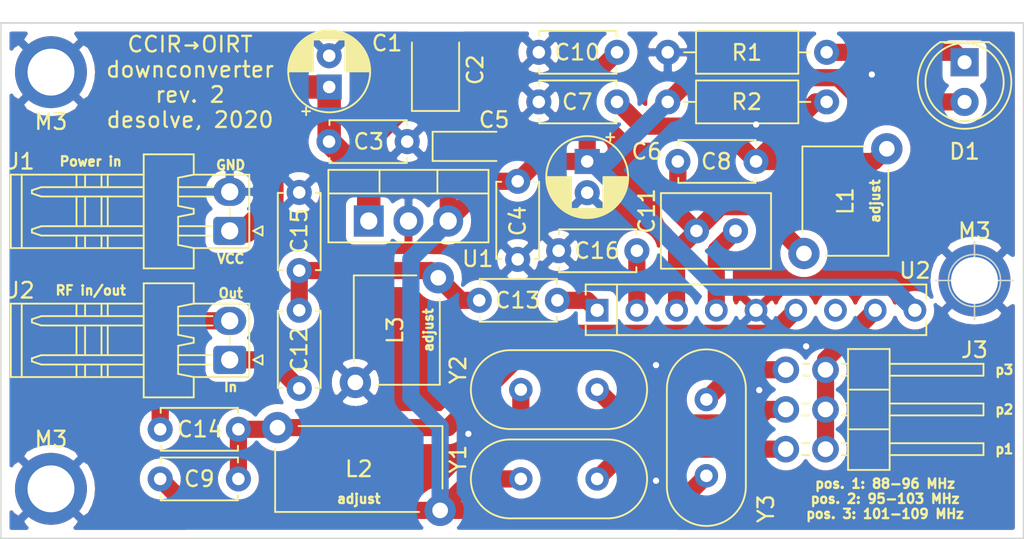
<source format=kicad_pcb>
(kicad_pcb (version 20171130) (host pcbnew 5.1.5)
  (title_block (title "CCIR/OIRT downconverter") (date 2020-02-08) (rev 2) (comment 2 desolve) (comment 3 desolve))
  (layers (0 F.Cu signal) (31 B.Cu signal) (34 B.Paste user) (35 F.Paste user) (36 B.SilkS user) (37 F.SilkS user) (38 B.Mask user) (39 F.Mask user) (44 Edge.Cuts user))
  (net 0 "")
  (net 1 "Net-(C7-Pad1)")
  (net 2 "Net-(C11-Pad1)")
  (net 3 "Net-(C14-Pad2)")
  (net 4 "Net-(C11-Pad2)")
  (net 5 "Net-(C12-Pad1)")
  (net 6 RF_IN)
  (net 7 "Net-(C13-Pad1)")
  (net 8 RF_OUT)
  (net 9 "Net-(C16-Pad1)")
  (net 10 "Net-(D1-Pad1)")
  (net 11 "Net-(J3-Pad1)")
  (net 12 "Net-(J3-Pad2)")
  (net 13 "Net-(U2-Pad7)")
  (net 14 "Net-(J3-Pad3)")
  (net 15 "Net-(J3-Pad5)")
  (net 16 GND)
  (net 17 VCC)
  (net 18 +5V)
  (module Connector_PinHeader_2.54mm:PinHeader_2x03_P2.54mm_Horizontal (layer F.Cu) (at 171.9 116.5)
    (fp_text reference J3 (at 12.065 -1.27) (layer F.SilkS))
    (fp_text value RANGE_SW)
    (pad 1 thru_hole oval (at 0 0) (size 1.7 1.7) (drill 1) (layers *.Cu *.Mask) (net 11 "Net-(J3-Pad1)"))
    (pad 2 thru_hole oval (at 2.54 0) (size 1.7 1.7) (drill 1) (layers *.Cu *.Mask) (net 12 "Net-(J3-Pad2)"))
    (pad 3 thru_hole oval (at 0 2.54) (size 1.7 1.7) (drill 1) (layers *.Cu *.Mask) (net 14 "Net-(J3-Pad3)"))
    (pad 4 thru_hole oval (at 2.54 2.54) (size 1.7 1.7) (drill 1) (layers *.Cu *.Mask) (net 12 "Net-(J3-Pad2)"))
    (pad 5 thru_hole oval (at 0 5.08) (size 1.7 1.7) (drill 1) (layers *.Cu *.Mask) (net 15 "Net-(J3-Pad5)"))
    (pad 6 thru_hole oval (at 2.54 5.08) (size 1.7 1.7) (drill 1) (layers *.Cu *.Mask) (net 12 "Net-(J3-Pad2)"))
  )
  (module Connector_Connfly:Connfly_DS1070-2MR_1x02_P2.54mm (layer F.Cu) (at 136.34 115.865 90)
    (fp_text reference J2 (at 4.445 -13.335 180) (layer F.SilkS))
    (fp_text value RF_CON)
    (pad 1 thru_hole roundrect (at 0 0 90) (size 1.8 2.1) (drill 1.1) (layers *.Cu *.Mask) (roundrect_rratio 0.147) (net 6 RF_IN))
    (pad 2 thru_hole oval (at 2.5 0 90) (size 1.8 2.1) (drill 1.1) (layers *.Cu *.Mask) (net 8 RF_OUT))
  )
  (module Connector_Connfly:Connfly_DS1070-2MR_1x02_P2.54mm (layer F.Cu) (at 136.34 107.61 90)
    (fp_text reference J1 (at 4.445 -13.335 180) (layer F.SilkS))
    (fp_text value PWR_CON)
    (pad 1 thru_hole roundrect (at 0 0 90) (size 1.8 2.1) (drill 1.1) (layers *.Cu *.Mask) (roundrect_rratio 0.147) (net 17 VCC))
    (pad 2 thru_hole oval (at 2.5 0 90) (size 1.8 2.1) (drill 1.1) (layers *.Cu *.Mask) (net 16 GND))
  )
  (module Connector_Pin:Pin_D1.0mm_L10.0mm (layer F.Cu) (at 183.965 110.785)
    (fp_text reference M3 (at 0 -3.175) (layer F.SilkS))
    (fp_text value M3)
    (pad 1 thru_hole circle (at 0 0) (size 4.6 4.6) (drill 3) (layers *.Cu *.Mask) (net 16 GND))
  )
  (module Connector_Pin:Pin_D1.0mm_L10.0mm (layer F.Cu) (at 124.91 97.45)
    (fp_text reference M3 (at 0 3.175) (layer F.SilkS))
    (fp_text value M3)
    (pad 1 thru_hole circle (at 0 0) (size 4.6 4.6) (drill 3) (layers *.Cu *.Mask) (net 16 GND))
  )
  (module Connector_Pin:Pin_D1.0mm_L10.0mm (layer F.Cu) (at 124.91 124.12)
    (fp_text reference M3 (at 0 -3.175 180) (layer F.SilkS))
    (fp_text value M3)
    (pad 1 thru_hole circle (at 0 0) (size 4.6 4.6) (drill 3) (layers *.Cu *.Mask) (net 16 GND))
  )
  (module Capacitor_THT:CP_Radial_D5.0mm_P2.00mm (layer F.Cu) (at 142.7 98.4 90)
    (fp_text reference C1 (at 2.8 3.7) (layer F.SilkS))
    (fp_text value 33u)
    (pad 2 thru_hole circle (at 2 0 90) (size 1.6 1.6) (drill 0.8) (layers *.Cu *.Mask) (net 16 GND))
    (pad 1 thru_hole rect (at 0 0 90) (size 1.6 1.6) (drill 0.8) (layers *.Cu *.Mask) (net 17 VCC))
  )
  (module Capacitor_Tantalum_SMD:CP_EIA-3528-21_Kemet-B_Pad1.50x2.35mm_HandSolder (layer F.Cu) (at 149.5 97.3 90)
    (fp_text reference C2 (at 0 2.54 90) (layer F.SilkS))
    (fp_text value 3.3u)
    (pad 1 smd roundrect (at -1.625 0 90) (size 1.5 2.35) (layers F.Cu F.Paste F.Mask) (roundrect_rratio 0.166667) (net 17 VCC))
    (pad 2 smd roundrect (at 1.625 0 90) (size 1.5 2.35) (layers F.Cu F.Paste F.Mask) (roundrect_rratio 0.166667) (net 16 GND))
  )
  (module Capacitor_THT:C_Disc_D4.7mm_W2.5mm_P5.00mm (layer F.Cu) (at 154.755 104.435 270)
    (fp_text reference C4 (at 2.54 0 270) (layer F.SilkS))
    (fp_text value 0.1u)
    (pad 2 thru_hole circle (at 5 0 270) (size 1.6 1.6) (drill 0.8) (layers *.Cu *.Mask) (net 16 GND))
    (pad 1 thru_hole circle (at 0 0 270) (size 1.6 1.6) (drill 0.8) (layers *.Cu *.Mask) (net 18 +5V))
  )
  (module Capacitor_Tantalum_SMD:CP_EIA-3216-18_Kemet-A_Pad1.58x1.35mm_HandSolder (layer F.Cu) (at 151.8 102.2)
    (fp_text reference C5 (at 1.45 -1.7 180) (layer F.SilkS))
    (fp_text value 1u)
    (pad 1 smd roundrect (at -1.4375 0) (size 1.575 1.35) (layers F.Cu F.Paste F.Mask) (roundrect_rratio 0.185185) (net 18 +5V))
    (pad 2 smd roundrect (at 1.4375 0) (size 1.575 1.35) (layers F.Cu F.Paste F.Mask) (roundrect_rratio 0.185185) (net 16 GND))
  )
  (module Capacitor_THT:CP_Radial_D5.0mm_P2.00mm (layer F.Cu) (at 159.2 103.165 270)
    (fp_text reference C6 (at -0.635 -3.81) (layer F.SilkS))
    (fp_text value 10u)
    (pad 1 thru_hole rect (at 0 0 270) (size 1.6 1.6) (drill 0.8) (layers *.Cu *.Mask) (net 18 +5V))
    (pad 2 thru_hole circle (at 2 0 270) (size 1.6 1.6) (drill 0.8) (layers *.Cu *.Mask) (net 16 GND))
  )
  (module Capacitor_THT:C_Disc_D4.7mm_W2.5mm_P5.00mm (layer F.Cu) (at 161.105 99.355 180)
    (fp_text reference C7 (at 2.54 0 180) (layer F.SilkS))
    (fp_text value 10n)
    (pad 2 thru_hole circle (at 5 0 180) (size 1.6 1.6) (drill 0.8) (layers *.Cu *.Mask) (net 16 GND))
    (pad 1 thru_hole circle (at 0 0 180) (size 1.6 1.6) (drill 0.8) (layers *.Cu *.Mask) (net 1 "Net-(C7-Pad1)"))
  )
  (module Capacitor_THT:C_Disc_D4.7mm_W2.5mm_P5.00mm (layer F.Cu) (at 169.995 103.165 180)
    (fp_text reference C8 (at 2.54 0) (layer F.SilkS))
    (fp_text value 47p)
    (pad 1 thru_hole circle (at 0 0 180) (size 1.6 1.6) (drill 0.8) (layers *.Cu *.Mask) (net 1 "Net-(C7-Pad1)"))
    (pad 2 thru_hole circle (at 5 0 180) (size 1.6 1.6) (drill 0.8) (layers *.Cu *.Mask) (net 2 "Net-(C11-Pad1)"))
  )
  (module Capacitor_THT:C_Disc_D4.7mm_W2.5mm_P5.00mm (layer F.Cu) (at 131.895 123.485)
    (fp_text reference C9 (at 2.5 0) (layer F.SilkS))
    (fp_text value 47p)
    (pad 2 thru_hole circle (at 5 0) (size 1.6 1.6) (drill 0.8) (layers *.Cu *.Mask) (net 3 "Net-(C14-Pad2)"))
    (pad 1 thru_hole circle (at 0 0) (size 1.6 1.6) (drill 0.8) (layers *.Cu *.Mask) (net 18 +5V))
  )
  (module Capacitor_THT:C_Disc_D4.7mm_W2.5mm_P5.00mm (layer F.Cu) (at 161.105 96.18 180)
    (fp_text reference C10 (at 2.54 0) (layer F.SilkS))
    (fp_text value 10n)
    (pad 1 thru_hole circle (at 0 0 180) (size 1.6 1.6) (drill 0.8) (layers *.Cu *.Mask) (net 18 +5V))
    (pad 2 thru_hole circle (at 5 0 180) (size 1.6 1.6) (drill 0.8) (layers *.Cu *.Mask) (net 16 GND))
  )
  (module Capacitor_K10-17:C_Rect_L6.8mm_W4.6mm_P2.50mm (layer F.Cu) (at 166.185 107.61)
    (fp_text reference C11 (at -3.175 -1.27 270) (layer F.SilkS))
    (fp_text value 6.8p)
    (pad 1 thru_hole circle (at 0 0) (size 1.6 1.6) (drill 0.8) (layers *.Cu *.Mask) (net 2 "Net-(C11-Pad1)"))
    (pad 2 thru_hole circle (at 2.5 0) (size 1.6 1.6) (drill 0.8) (layers *.Cu *.Mask) (net 4 "Net-(C11-Pad2)"))
  )
  (module Capacitor_THT:C_Disc_D4.7mm_W2.5mm_P5.00mm (layer F.Cu) (at 140.785 112.69 270)
    (fp_text reference C12 (at 2.54 0 270) (layer F.SilkS))
    (fp_text value 15p)
    (pad 1 thru_hole circle (at 0 0 270) (size 1.6 1.6) (drill 0.8) (layers *.Cu *.Mask) (net 5 "Net-(C12-Pad1)"))
    (pad 2 thru_hole circle (at 5 0 270) (size 1.6 1.6) (drill 0.8) (layers *.Cu *.Mask) (net 6 RF_IN))
  )
  (module Capacitor_THT:C_Disc_D4.7mm_W2.5mm_P5.00mm (layer F.Cu) (at 157.295 112.055 180)
    (fp_text reference C13 (at 2.54 0 180) (layer F.SilkS))
    (fp_text value 1n)
    (pad 1 thru_hole circle (at 0 0 180) (size 1.6 1.6) (drill 0.8) (layers *.Cu *.Mask) (net 7 "Net-(C13-Pad1)"))
    (pad 2 thru_hole circle (at 5 0 180) (size 1.6 1.6) (drill 0.8) (layers *.Cu *.Mask) (net 5 "Net-(C12-Pad1)"))
  )
  (module Capacitor_THT:C_Disc_D4.7mm_W2.5mm_P5.00mm (layer F.Cu) (at 131.895 120.31)
    (fp_text reference C14 (at 2.54 0 180) (layer F.SilkS))
    (fp_text value 1n)
    (pad 1 thru_hole circle (at 0 0) (size 1.6 1.6) (drill 0.8) (layers *.Cu *.Mask) (net 8 RF_OUT))
    (pad 2 thru_hole circle (at 5 0) (size 1.6 1.6) (drill 0.8) (layers *.Cu *.Mask) (net 3 "Net-(C14-Pad2)"))
  )
  (module Capacitor_THT:C_Disc_D4.7mm_W2.5mm_P5.00mm (layer F.Cu) (at 140.785 110.15 90)
    (fp_text reference C15 (at 2.54 0 270) (layer F.SilkS))
    (fp_text value 47p)
    (pad 2 thru_hole circle (at 5 0 90) (size 1.6 1.6) (drill 0.8) (layers *.Cu *.Mask) (net 16 GND))
    (pad 1 thru_hole circle (at 0 0 90) (size 1.6 1.6) (drill 0.8) (layers *.Cu *.Mask) (net 5 "Net-(C12-Pad1)"))
  )
  (module Capacitor_THT:C_Disc_D4.7mm_W2.5mm_P5.00mm (layer F.Cu) (at 162.375 108.88 180)
    (fp_text reference C16 (at 2.54 0 180) (layer F.SilkS))
    (fp_text value 1n)
    (pad 2 thru_hole circle (at 5 0 180) (size 1.6 1.6) (drill 0.8) (layers *.Cu *.Mask) (net 16 GND))
    (pad 1 thru_hole circle (at 0 0 180) (size 1.6 1.6) (drill 0.8) (layers *.Cu *.Mask) (net 9 "Net-(C16-Pad1)"))
  )
  (module Coil_THT_Air:L_Axial_4Turns_d0.8mm_D4.5mm_WP1.0mm (layer F.Cu) (at 175.71 105.705 270)
    (fp_text reference L1 (at 0 0 90) (layer F.SilkS))
    (fp_text value L_MIX_IN)
    (pad 1 thru_hole circle (at -3.35 -2.65 270) (size 2 2) (drill 1) (layers *.Cu *.Mask) (net 1 "Net-(C7-Pad1)"))
    (pad 2 thru_hole circle (at 3.35 2.65 270) (size 2 2) (drill 1) (layers *.Cu *.Mask) (net 2 "Net-(C11-Pad1)"))
  )
  (module Coil_THT_Air:L_Axial_6Turns_d0.8mm_D4.5mm_WP1.0mm (layer F.Cu) (at 144.595 122.85 180)
    (fp_text reference L2 (at 0 0) (layer F.SilkS))
    (fp_text value L_MIX_OUT)
    (pad 1 thru_hole circle (at -5.2 -2.65 180) (size 2 2) (drill 1) (layers *.Cu *.Mask) (net 18 +5V))
    (pad 2 thru_hole circle (at 5.2 2.65 180) (size 2 2) (drill 1) (layers *.Cu *.Mask) (net 3 "Net-(C14-Pad2)"))
  )
  (module Coil_THT_Air:L_Axial_4Turns_d0.8mm_D4.5mm_WP1.0mm (layer F.Cu) (at 147.025 113.96 270)
    (fp_text reference L3 (at 0 0.11 90) (layer F.SilkS))
    (fp_text value L_RF_IN)
    (pad 2 thru_hole circle (at 3.35 2.65 270) (size 2 2) (drill 1) (layers *.Cu *.Mask) (net 16 GND))
    (pad 1 thru_hole circle (at -3.35 -2.65 270) (size 2 2) (drill 1) (layers *.Cu *.Mask) (net 5 "Net-(C12-Pad1)"))
  )
  (module Package_SIP:SIP-9_21.54x3mm_P2.54mm (layer F.Cu) (at 159.835 112.69)
    (fp_text reference U2 (at 20.32 -2.54 180) (layer F.SilkS))
    (fp_text value LA1185)
    (pad 1 thru_hole rect (at 0 0 90) (size 1.45 1.45) (drill 0.85) (layers *.Cu *.Mask) (net 7 "Net-(C13-Pad1)"))
    (pad 2 thru_hole circle (at 2.54 0 90) (size 1.45 1.45) (drill 0.85) (layers *.Cu *.Mask) (net 9 "Net-(C16-Pad1)"))
    (pad 3 thru_hole circle (at 5.08 0 90) (size 1.45 1.45) (drill 0.85) (layers *.Cu *.Mask) (net 2 "Net-(C11-Pad1)"))
    (pad 4 thru_hole circle (at 7.62 0 90) (size 1.45 1.45) (drill 0.85) (layers *.Cu *.Mask) (net 4 "Net-(C11-Pad2)"))
    (pad 5 thru_hole circle (at 10.16 0 90) (size 1.45 1.45) (drill 0.85) (layers *.Cu *.Mask) (net 16 GND))
    (pad 6 thru_hole circle (at 12.7 0 90) (size 1.45 1.45) (drill 0.85) (layers *.Cu *.Mask) (net 3 "Net-(C14-Pad2)"))
    (pad 7 thru_hole circle (at 15.24 0 90) (size 1.45 1.45) (drill 0.85) (layers *.Cu *.Mask) (net 13 "Net-(U2-Pad7)"))
    (pad 8 thru_hole circle (at 17.78 0 90) (size 1.45 1.45) (drill 0.85) (layers *.Cu *.Mask) (net 12 "Net-(J3-Pad2)"))
    (pad 9 thru_hole circle (at 20.32 0 90) (size 1.45 1.45) (drill 0.85) (layers *.Cu *.Mask) (net 18 +5V))
  )
  (module Crystal:Crystal_HC49-U_Vertical (layer F.Cu) (at 159.835 123.485 180)
    (fp_text reference Y1 (at 8.89 1.27 90) (layer F.SilkS))
    (fp_text value "22 MHz")
    (pad 1 thru_hole circle (at 0 0 180) (size 1.5 1.5) (drill 0.8) (layers *.Cu *.Mask) (net 15 "Net-(J3-Pad5)"))
    (pad 2 thru_hole circle (at 4.88 0 180) (size 1.5 1.5) (drill 0.8) (layers *.Cu *.Mask) (net 18 +5V))
  )
  (module Crystal:Crystal_HC49-U_Vertical (layer F.Cu) (at 159.835 117.77 180)
    (fp_text reference Y2 (at 8.89 1.27 90) (layer F.SilkS))
    (fp_text value "29 MHz")
    (pad 1 thru_hole circle (at 0 0 180) (size 1.5 1.5) (drill 0.8) (layers *.Cu *.Mask) (net 14 "Net-(J3-Pad3)"))
    (pad 2 thru_hole circle (at 4.88 0 180) (size 1.5 1.5) (drill 0.8) (layers *.Cu *.Mask) (net 18 +5V))
  )
  (module Crystal:Crystal_HC49-U_Vertical (layer F.Cu) (at 166.82 118.405 270)
    (fp_text reference Y3 (at 6.985 -3.81 90) (layer F.SilkS))
    (fp_text value "35 MHz")
    (pad 2 thru_hole circle (at 4.88 0 270) (size 1.5 1.5) (drill 0.8) (layers *.Cu *.Mask) (net 18 +5V))
    (pad 1 thru_hole circle (at 0 0 270) (size 1.5 1.5) (drill 0.8) (layers *.Cu *.Mask) (net 11 "Net-(J3-Pad1)"))
  )
  (module Capacitor_THT:C_Disc_D4.7mm_W2.5mm_P5.00mm (layer F.Cu) (at 142.69 101.895)
    (fp_text reference C3 (at 2.54 0) (layer F.SilkS))
    (fp_text value 0.33u)
    (pad 1 thru_hole circle (at 0 0) (size 1.6 1.6) (drill 0.8) (layers *.Cu *.Mask) (net 17 VCC))
    (pad 2 thru_hole circle (at 5 0) (size 1.6 1.6) (drill 0.8) (layers *.Cu *.Mask) (net 16 GND))
  )
  (module LED_THT:LED_D5.0mm (layer F.Cu) (at 183.33 96.815 270)
    (fp_text reference D1 (at 5.715 0 180) (layer F.SilkS))
    (fp_text value PWR_LED)
    (pad 1 thru_hole rect (at 0 0 270) (size 1.8 1.8) (drill 0.9) (layers *.Cu *.Mask) (net 10 "Net-(D1-Pad1)"))
    (pad 2 thru_hole circle (at 2.54 0 270) (size 1.8 1.8) (drill 0.9) (layers *.Cu *.Mask) (net 18 +5V))
  )
  (module Resistor_THT:R_Axial_DIN0207_L6.3mm_D2.5mm_P10.16mm_Horizontal (layer F.Cu) (at 174.51 96.18 180)
    (fp_text reference R1 (at 5.1 -0.02) (layer F.SilkS))
    (fp_text value 1k)
    (pad 1 thru_hole circle (at 0 0 180) (size 1.6 1.6) (drill 0.8) (layers *.Cu *.Mask) (net 10 "Net-(D1-Pad1)"))
    (pad 2 thru_hole oval (at 10.16 0 180) (size 1.6 1.6) (drill 0.8) (layers *.Cu *.Mask) (net 16 GND))
  )
  (module Resistor_THT:R_Axial_DIN0207_L6.3mm_D2.5mm_P10.16mm_Horizontal (layer F.Cu) (at 164.35 99.355)
    (fp_text reference R2 (at 5.05 -0.005) (layer F.SilkS))
    (fp_text value 27)
    (pad 2 thru_hole oval (at 10.16 0) (size 1.6 1.6) (drill 0.8) (layers *.Cu *.Mask) (net 1 "Net-(C7-Pad1)"))
    (pad 1 thru_hole circle (at 0 0) (size 1.6 1.6) (drill 0.8) (layers *.Cu *.Mask) (net 18 +5V))
  )
  (module Package_TO_SOT_THT:TO-220-3_Vertical (layer F.Cu) (at 145.23 106.975)
    (fp_text reference U1 (at 6.97 2.425) (layer F.SilkS))
    (fp_text value LM7805_TO220)
    (pad 1 thru_hole rect (at 0 0) (size 1.905 2) (drill 1.1) (layers *.Cu *.Mask) (net 17 VCC))
    (pad 2 thru_hole oval (at 2.54 0) (size 1.905 2) (drill 1.1) (layers *.Cu *.Mask) (net 16 GND))
    (pad 3 thru_hole oval (at 5.08 0) (size 1.905 2) (drill 1.1) (layers *.Cu *.Mask) (net 18 +5V))
  )
  (gr_text VCC (at 136.4 109.4) (layer F.SilkS) (effects (font (size 0.6 0.6))))
  (gr_text GND (at 136.4 103.4) (layer F.SilkS) (effects (font (size 0.6 0.6))))
  (gr_text In (at 136.4 117.6) (layer F.SilkS) (effects (font (size 0.6 0.6))))
  (gr_text Out (at 136.4 111.6) (layer F.SilkS) (effects (font (size 0.6 0.6))))
  (target plus (at 183.965 110.785) (size 5) (width 0.1) (layer Edge.Cuts))
  (gr_text "RF in/out" (at 127.45 111.42) (layer F.SilkS) (effects (font (size 0.6 0.6))))
  (gr_text "Power in" (at 127.45 103.165) (layer F.SilkS) (effects (font (size 0.6 0.6))))
  (gr_text adjust (at 177.615 105.705 90) (layer F.SilkS) (effects (font (size 0.6 0.6))))
  (gr_text adjust (at 149.04 113.96 90) (layer F.SilkS) (effects (font (size 0.6 0.6))))
  (gr_text adjust (at 144.595 124.755) (layer F.SilkS) (effects (font (size 0.6 0.6))))
  (gr_text p3 (at 185.87 116.5) (layer F.SilkS) (effects (font (size 0.6 0.6))))
  (gr_text p2 (at 185.87 119.04) (layer F.SilkS) (effects (font (size 0.6 0.6))))
  (gr_text p1 (at 185.87 121.58) (layer F.SilkS) (effects (font (size 0.6 0.6))))
  (gr_text "pos. 1: 88-96 MHz\npos. 2: 95-103 MHz\npos. 3: 101-109 MHz" (at 178.25 124.755) (layer F.SilkS) (effects (font (size 0.6 0.6))))
  (gr_text "CCIR→OIRT\ndownconverter\nrev. 2\ndesolve, 2020" (at 133.8 98.085) (layer F.SilkS) (effects (font (size 1 1))))
  (gr_line (start 121.7 127.3) (end 121.7 94.3) (layer Edge.Cuts) (width 0.1))
  (gr_line (start 187.1 127.3) (end 121.7 127.3) (layer Edge.Cuts) (width 0.1))
  (gr_line (start 187.1 94.3) (end 187.1 127.3) (layer Edge.Cuts) (width 0.1))
  (gr_line (start 121.7 94.3) (end 187.1 94.3) (layer Edge.Cuts) (width 0.1))
  (segment (start 167.735001 100.905001) (end 169.195001 102.365001) (width 1.1) (layer F.Cu) (net 1))
  (segment (start 169.195001 102.365001) (end 169.995 103.165) (width 1.1) (layer F.Cu) (net 1))
  (segment (start 162.655001 100.905001) (end 167.735001 100.905001) (width 1.1) (layer F.Cu) (net 1))
  (segment (start 161.105 99.355) (end 162.655001 100.905001) (width 1.1) (layer F.Cu) (net 1))
  (segment (start 173.805 99.355) (end 169.995 103.165) (width 1.1) (layer F.Cu) (net 1))
  (segment (start 174.51 99.355) (end 173.805 99.355) (width 1.1) (layer F.Cu) (net 1))
  (segment (start 177.55 103.165) (end 178.36 102.355) (width 1.1) (layer F.Cu) (net 1))
  (segment (start 169.995 103.165) (end 177.55 103.165) (width 1.1) (layer F.Cu) (net 1))
  (segment (start 164.915 108.88) (end 166.185 107.61) (width 1.1) (layer F.Cu) (net 2))
  (segment (start 164.915 112.69) (end 164.915 108.88) (width 1.1) (layer F.Cu) (net 2))
  (segment (start 164.995 106.42) (end 166.185 107.61) (width 1.1) (layer F.Cu) (net 2))
  (segment (start 164.995 103.165) (end 164.995 106.42) (width 1.1) (layer F.Cu) (net 2))
  (segment (start 172.060001 108.055001) (end 173.06 109.055) (width 1.1) (layer F.Cu) (net 2))
  (segment (start 170.064999 106.059999) (end 172.060001 108.055001) (width 1.1) (layer F.Cu) (net 2))
  (segment (start 167.735001 106.059999) (end 170.064999 106.059999) (width 1.1) (layer F.Cu) (net 2))
  (segment (start 166.185 107.61) (end 167.735001 106.059999) (width 1.1) (layer F.Cu) (net 2))
  (segment (start 136.895 123.485) (end 136.895 120.31) (width 1.1) (layer F.Cu) (net 3))
  (segment (start 139.285 120.31) (end 139.395 120.2) (width 1.1) (layer F.Cu) (net 3))
  (segment (start 136.895 120.31) (end 139.285 120.31) (width 1.1) (layer F.Cu) (net 3))
  (segment (start 171.059999 114.165001) (end 171.810001 113.414999) (width 1.1) (layer F.Cu) (net 3))
  (segment (start 156.339997 114.165001) (end 171.059999 114.165001) (width 1.1) (layer F.Cu) (net 3))
  (segment (start 150.304998 120.2) (end 156.339997 114.165001) (width 1.1) (layer F.Cu) (net 3))
  (segment (start 171.810001 113.414999) (end 172.535 112.69) (width 1.1) (layer F.Cu) (net 3))
  (segment (start 139.395 120.2) (end 150.304998 120.2) (width 1.1) (layer F.Cu) (net 3))
  (segment (start 167.455 108.84) (end 168.685 107.61) (width 1.1) (layer F.Cu) (net 4))
  (segment (start 167.455 112.69) (end 167.455 108.84) (width 1.1) (layer F.Cu) (net 4))
  (segment (start 140.785 112.69) (end 140.785 110.15) (width 1.1) (layer F.Cu) (net 5))
  (segment (start 149.215 110.15) (end 149.675 110.61) (width 1.1) (layer F.Cu) (net 5))
  (segment (start 140.785 110.15) (end 149.215 110.15) (width 1.1) (layer F.Cu) (net 5))
  (segment (start 151.12 112.055) (end 149.675 110.61) (width 1.1) (layer F.Cu) (net 5))
  (segment (start 152.295 112.055) (end 151.12 112.055) (width 1.1) (layer F.Cu) (net 5))
  (segment (start 138.96 115.865) (end 140.785 117.69) (width 1.1) (layer F.Cu) (net 6))
  (segment (start 136.34 115.865) (end 138.96 115.865) (width 1.1) (layer F.Cu) (net 6))
  (segment (start 159.2 112.055) (end 159.835 112.69) (width 1.1) (layer F.Cu) (net 7))
  (segment (start 157.295 112.055) (end 159.2 112.055) (width 1.1) (layer F.Cu) (net 7))
  (segment (start 134.19 113.365) (end 131.895 115.66) (width 1.1) (layer F.Cu) (net 8))
  (segment (start 131.895 119.17863) (end 131.895 120.31) (width 1.1) (layer F.Cu) (net 8))
  (segment (start 131.895 115.66) (end 131.895 119.17863) (width 1.1) (layer F.Cu) (net 8))
  (segment (start 136.34 113.365) (end 134.19 113.365) (width 1.1) (layer F.Cu) (net 8))
  (segment (start 162.375 112.69) (end 162.375 108.88) (width 1.1) (layer F.Cu) (net 9))
  (segment (start 182.695 96.18) (end 183.33 96.815) (width 1.1) (layer F.Cu) (net 10))
  (segment (start 174.51 96.18) (end 182.695 96.18) (width 1.1) (layer F.Cu) (net 10))
  (segment (start 168.725 116.5) (end 166.82 118.405) (width 1.1) (layer F.Cu) (net 11))
  (segment (start 171.9 116.5) (end 168.725 116.5) (width 1.1) (layer F.Cu) (net 11))
  (segment (start 174.44 121.58) (end 174.44 119.04) (width 1.1) (layer F.Cu) (net 12))
  (segment (start 174.44 119.04) (end 174.44 116.5) (width 1.1) (layer F.Cu) (net 12))
  (segment (start 174.44 115.865) (end 177.615 112.69) (width 1.1) (layer F.Cu) (net 12))
  (segment (start 174.44 116.5) (end 174.44 115.865) (width 1.1) (layer F.Cu) (net 12))
  (segment (start 160.584999 118.519999) (end 159.835 117.77) (width 1.1) (layer F.Cu) (net 14))
  (segment (start 169.832918 119.905001) (end 161.970001 119.905001) (width 1.1) (layer F.Cu) (net 14))
  (segment (start 161.970001 119.905001) (end 160.584999 118.519999) (width 1.1) (layer F.Cu) (net 14))
  (segment (start 170.697919 119.04) (end 169.832918 119.905001) (width 1.1) (layer F.Cu) (net 14))
  (segment (start 171.9 119.04) (end 170.697919 119.04) (width 1.1) (layer F.Cu) (net 14))
  (segment (start 161.74 121.58) (end 159.835 123.485) (width 1.1) (layer F.Cu) (net 15))
  (segment (start 171.9 121.58) (end 161.74 121.58) (width 1.1) (layer F.Cu) (net 15))
  (via (at 151.6 120.6) (size 0.8) (drill 0.4) (layers F.Cu B.Cu) (net 16))
  (via (at 163.6 116.2) (size 0.8) (drill 0.4) (layers F.Cu B.Cu) (net 16))
  (via (at 170 100.8) (size 0.8) (drill 0.4) (layers F.Cu B.Cu) (net 16))
  (via (at 177.4 97.6) (size 0.8) (drill 0.4) (layers F.Cu B.Cu) (net 16))
  (via (at 163.6 123.6) (size 0.8) (drill 0.4) (layers F.Cu B.Cu) (net 16))
  (via (at 173.2 115) (size 0.8) (drill 0.4) (layers F.Cu B.Cu) (net 16))
  (via (at 170.2 117.8) (size 0.8) (drill 0.4) (layers F.Cu B.Cu) (net 16))
  (segment (start 140.4 98.4) (end 142.7 98.4) (width 1.5) (layer F.Cu) (net 17))
  (segment (start 139.034999 99.765001) (end 140.4 98.4) (width 1.5) (layer F.Cu) (net 17))
  (segment (start 139.034999 105.965001) (end 139.034999 99.765001) (width 1.5) (layer F.Cu) (net 17))
  (segment (start 137.39 107.61) (end 139.034999 105.965001) (width 1.5) (layer F.Cu) (net 17))
  (segment (start 136.34 107.61) (end 137.39 107.61) (width 1.5) (layer F.Cu) (net 17))
  (segment (start 142.7 101.885) (end 142.69 101.895) (width 1.5) (layer F.Cu) (net 17))
  (segment (start 142.7 98.4) (end 142.7 101.885) (width 1.5) (layer F.Cu) (net 17))
  (segment (start 145.23 104.435) (end 142.69 101.895) (width 1.5) (layer F.Cu) (net 17))
  (segment (start 145.23 106.975) (end 145.23 104.435) (width 1.5) (layer F.Cu) (net 17))
  (segment (start 145.23 101.764998) (end 145.23 104.475) (width 1.5) (layer F.Cu) (net 17))
  (segment (start 148.069998 98.925) (end 145.23 101.764998) (width 1.5) (layer F.Cu) (net 17))
  (segment (start 145.23 104.475) (end 145.23 106.975) (width 1.5) (layer F.Cu) (net 17))
  (segment (start 149.5 98.925) (end 148.069998 98.925) (width 1.5) (layer F.Cu) (net 17))
  (segment (start 150.31 102.2525) (end 150.3625 102.2) (width 1.1) (layer F.Cu) (net 18))
  (segment (start 150.31 106.975) (end 150.31 102.2525) (width 1.1) (layer F.Cu) (net 18))
  (segment (start 152.85 104.435) (end 150.31 106.975) (width 1.1) (layer F.Cu) (net 18))
  (segment (start 154.755 104.435) (end 152.85 104.435) (width 1.1) (layer F.Cu) (net 18))
  (segment (start 156.025 103.165) (end 159.2 103.165) (width 1.1) (layer F.Cu) (net 18))
  (segment (start 154.755 104.435) (end 156.025 103.165) (width 1.1) (layer F.Cu) (net 18))
  (segment (start 159.2 98.085) (end 161.105 96.18) (width 1.1) (layer F.Cu) (net 18))
  (segment (start 159.2 103.165) (end 159.2 98.085) (width 1.1) (layer F.Cu) (net 18))
  (segment (start 179.430001 111.965001) (end 180.155 112.69) (width 1.1) (layer B.Cu) (net 18))
  (segment (start 167.495997 111.214999) (end 178.679999 111.214999) (width 1.1) (layer B.Cu) (net 18))
  (segment (start 159.445998 103.165) (end 167.495997 111.214999) (width 1.1) (layer B.Cu) (net 18))
  (segment (start 178.679999 111.214999) (end 179.430001 111.965001) (width 1.1) (layer B.Cu) (net 18))
  (segment (start 159.2 103.165) (end 159.445998 103.165) (width 1.1) (layer B.Cu) (net 18))
  (segment (start 165.149999 98.555001) (end 164.35 99.355) (width 1.1) (layer F.Cu) (net 18))
  (segment (start 165.900001 97.804999) (end 165.149999 98.555001) (width 1.1) (layer F.Cu) (net 18))
  (segment (start 175.254001 97.804999) (end 165.900001 97.804999) (width 1.1) (layer F.Cu) (net 18))
  (segment (start 176.804002 99.355) (end 175.254001 97.804999) (width 1.1) (layer F.Cu) (net 18))
  (segment (start 183.33 99.355) (end 176.804002 99.355) (width 1.1) (layer F.Cu) (net 18))
  (segment (start 133.91 125.5) (end 149.795 125.5) (width 1.1) (layer F.Cu) (net 18))
  (segment (start 131.895 123.485) (end 133.91 125.5) (width 1.1) (layer F.Cu) (net 18))
  (segment (start 154.955 120.34) (end 149.795 125.5) (width 1.1) (layer F.Cu) (net 18))
  (segment (start 154.955 117.77) (end 154.955 120.34) (width 1.1) (layer F.Cu) (net 18))
  (segment (start 151.81 123.485) (end 149.795 125.5) (width 1.1) (layer F.Cu) (net 18))
  (segment (start 154.955 123.485) (end 151.81 123.485) (width 1.1) (layer F.Cu) (net 18))
  (segment (start 164.605 125.5) (end 149.795 125.5) (width 1.1) (layer F.Cu) (net 18))
  (segment (start 166.82 123.285) (end 164.605 125.5) (width 1.1) (layer F.Cu) (net 18))
  (segment (start 160.54 103.165) (end 164.35 99.355) (width 1.1) (layer B.Cu) (net 18))
  (segment (start 159.2 103.165) (end 160.54 103.165) (width 1.1) (layer B.Cu) (net 18))
  (segment (start 150.31 107.0225) (end 150.31 106.975) (width 1.1) (layer B.Cu) (net 18))
  (segment (start 147.924999 109.407501) (end 150.31 107.0225) (width 1.1) (layer B.Cu) (net 18))
  (segment (start 147.924999 118.269997) (end 147.924999 109.407501) (width 1.1) (layer B.Cu) (net 18))
  (segment (start 149.795 120.139998) (end 147.924999 118.269997) (width 1.1) (layer B.Cu) (net 18))
  (segment (start 149.795 125.5) (end 149.795 120.139998) (width 1.1) (layer B.Cu) (net 18))
  (zone (net 16) (net_name GND) (layer F.Cu) (connect_pads (clearance 0.508)) (min_thickness 0.254) (fill yes (arc_segments 32) (thermal_gap 0.508) (thermal_bridge_width 0.508))
    (polygon (pts (xy 187.1 127.3) (xy 121.7 127.3) (xy 121.7 94.3) (xy 187.1 94.3)))
  )
  (zone (net 16) (net_name GND) (layer B.Cu) (connect_pads (clearance 0.508)) (min_thickness 0.254) (fill yes (arc_segments 32) (thermal_gap 0.508) (thermal_bridge_width 0.508))
    (polygon (pts (xy 187.1 127.3) (xy 121.7 127.3) (xy 121.7 94.3) (xy 187.1 94.3)))
  )
)
</source>
